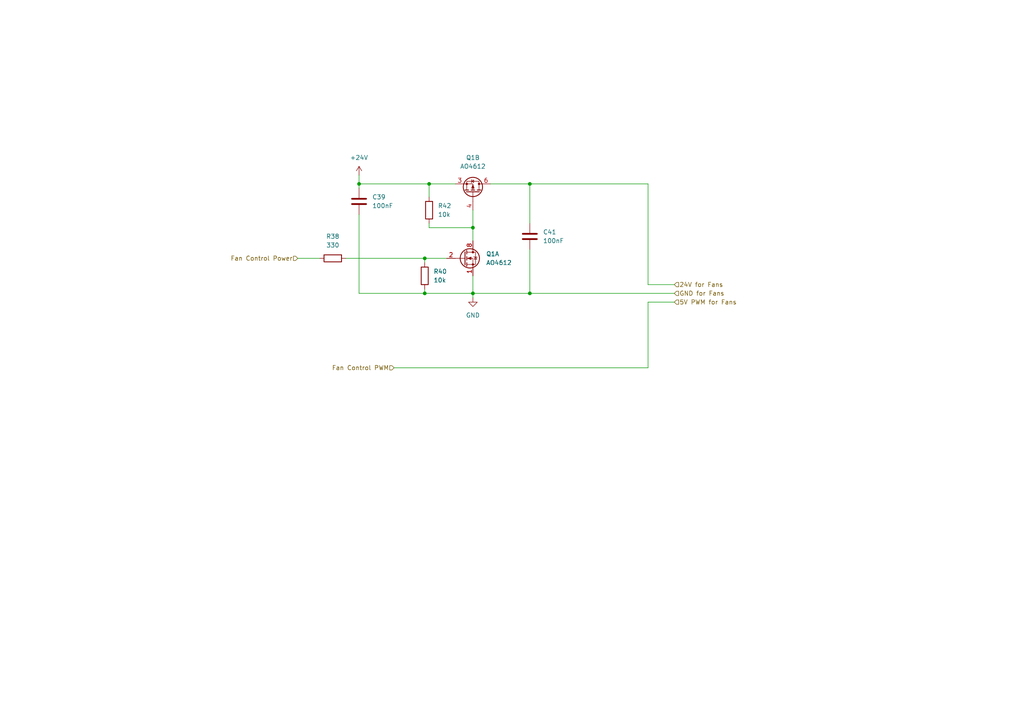
<source format=kicad_sch>
(kicad_sch (version 20230121) (generator eeschema)

  (uuid f4c51457-ca22-424c-908e-09ad1106338c)

  (paper "A4")

  (title_block
    (title "AMS Master by Jakub Sułek")
    (date "2023-06-27")
    (rev "7")
  )

  (lib_symbols
    (symbol "Device:C" (pin_numbers hide) (pin_names (offset 0.254)) (in_bom yes) (on_board yes)
      (property "Reference" "C" (at 0.635 2.54 0)
        (effects (font (size 1.27 1.27)) (justify left))
      )
      (property "Value" "C" (at 0.635 -2.54 0)
        (effects (font (size 1.27 1.27)) (justify left))
      )
      (property "Footprint" "" (at 0.9652 -3.81 0)
        (effects (font (size 1.27 1.27)) hide)
      )
      (property "Datasheet" "~" (at 0 0 0)
        (effects (font (size 1.27 1.27)) hide)
      )
      (property "ki_keywords" "cap capacitor" (at 0 0 0)
        (effects (font (size 1.27 1.27)) hide)
      )
      (property "ki_description" "Unpolarized capacitor" (at 0 0 0)
        (effects (font (size 1.27 1.27)) hide)
      )
      (property "ki_fp_filters" "C_*" (at 0 0 0)
        (effects (font (size 1.27 1.27)) hide)
      )
      (symbol "C_0_1"
        (polyline
          (pts
            (xy -2.032 -0.762)
            (xy 2.032 -0.762)
          )
          (stroke (width 0.508) (type default))
          (fill (type none))
        )
        (polyline
          (pts
            (xy -2.032 0.762)
            (xy 2.032 0.762)
          )
          (stroke (width 0.508) (type default))
          (fill (type none))
        )
      )
      (symbol "C_1_1"
        (pin passive line (at 0 3.81 270) (length 2.794)
          (name "~" (effects (font (size 1.27 1.27))))
          (number "1" (effects (font (size 1.27 1.27))))
        )
        (pin passive line (at 0 -3.81 90) (length 2.794)
          (name "~" (effects (font (size 1.27 1.27))))
          (number "2" (effects (font (size 1.27 1.27))))
        )
      )
    )
    (symbol "Device:R" (pin_numbers hide) (pin_names (offset 0)) (in_bom yes) (on_board yes)
      (property "Reference" "R" (at 2.032 0 90)
        (effects (font (size 1.27 1.27)))
      )
      (property "Value" "R" (at 0 0 90)
        (effects (font (size 1.27 1.27)))
      )
      (property "Footprint" "" (at -1.778 0 90)
        (effects (font (size 1.27 1.27)) hide)
      )
      (property "Datasheet" "~" (at 0 0 0)
        (effects (font (size 1.27 1.27)) hide)
      )
      (property "ki_keywords" "R res resistor" (at 0 0 0)
        (effects (font (size 1.27 1.27)) hide)
      )
      (property "ki_description" "Resistor" (at 0 0 0)
        (effects (font (size 1.27 1.27)) hide)
      )
      (property "ki_fp_filters" "R_*" (at 0 0 0)
        (effects (font (size 1.27 1.27)) hide)
      )
      (symbol "R_0_1"
        (rectangle (start -1.016 -2.54) (end 1.016 2.54)
          (stroke (width 0.254) (type default))
          (fill (type none))
        )
      )
      (symbol "R_1_1"
        (pin passive line (at 0 3.81 270) (length 1.27)
          (name "~" (effects (font (size 1.27 1.27))))
          (number "1" (effects (font (size 1.27 1.27))))
        )
        (pin passive line (at 0 -3.81 90) (length 1.27)
          (name "~" (effects (font (size 1.27 1.27))))
          (number "2" (effects (font (size 1.27 1.27))))
        )
      )
    )
    (symbol "Transistor_FET:FDS4559" (pin_names hide) (in_bom yes) (on_board yes)
      (property "Reference" "Q" (at 5.08 1.905 0)
        (effects (font (size 1.27 1.27)) (justify left))
      )
      (property "Value" "FDS4559" (at 5.08 0 0)
        (effects (font (size 1.27 1.27)) (justify left))
      )
      (property "Footprint" "Package_SO:SOIC-8_3.9x4.9mm_P1.27mm" (at 5.08 -1.905 0)
        (effects (font (size 1.27 1.27)) (justify left) hide)
      )
      (property "Datasheet" "https://www.onsemi.com/pub/Collateral/FDS4559-D.PDF" (at 2.54 0 0)
        (effects (font (size 1.27 1.27)) (justify left) hide)
      )
      (property "ki_keywords" "Dual N-Channel P-Channel MOSFET" (at 0 0 0)
        (effects (font (size 1.27 1.27)) hide)
      )
      (property "ki_description" "4.5A Id, 60V Vds, Dual N and P Channel MOSFET, 55mOhm Ron, 10V Vgs, SO8L" (at 0 0 0)
        (effects (font (size 1.27 1.27)) hide)
      )
      (property "ki_fp_filters" "SOIC*3.9x4.9mm*P1.27mm*" (at 0 0 0)
        (effects (font (size 1.27 1.27)) hide)
      )
      (symbol "FDS4559_0_1"
        (polyline
          (pts
            (xy 0.254 0)
            (xy -2.54 0)
          )
          (stroke (width 0) (type default))
          (fill (type none))
        )
        (polyline
          (pts
            (xy 0.254 1.905)
            (xy 0.254 -1.905)
          )
          (stroke (width 0.254) (type default))
          (fill (type none))
        )
        (polyline
          (pts
            (xy 0.762 -1.27)
            (xy 0.762 -2.286)
          )
          (stroke (width 0.254) (type default))
          (fill (type none))
        )
        (polyline
          (pts
            (xy 0.762 0.508)
            (xy 0.762 -0.508)
          )
          (stroke (width 0.254) (type default))
          (fill (type none))
        )
        (polyline
          (pts
            (xy 0.762 2.286)
            (xy 0.762 1.27)
          )
          (stroke (width 0.254) (type default))
          (fill (type none))
        )
        (polyline
          (pts
            (xy 2.54 2.54)
            (xy 2.54 1.778)
          )
          (stroke (width 0) (type default))
          (fill (type none))
        )
        (polyline
          (pts
            (xy 2.54 -2.54)
            (xy 2.54 0)
            (xy 0.762 0)
          )
          (stroke (width 0) (type default))
          (fill (type none))
        )
        (polyline
          (pts
            (xy 0.762 -1.778)
            (xy 3.302 -1.778)
            (xy 3.302 1.778)
            (xy 0.762 1.778)
          )
          (stroke (width 0) (type default))
          (fill (type none))
        )
        (circle (center 1.651 0) (radius 2.794)
          (stroke (width 0.254) (type default))
          (fill (type none))
        )
        (circle (center 2.54 -1.778) (radius 0.254)
          (stroke (width 0) (type default))
          (fill (type outline))
        )
        (circle (center 2.54 1.778) (radius 0.254)
          (stroke (width 0) (type default))
          (fill (type outline))
        )
      )
      (symbol "FDS4559_1_1"
        (polyline
          (pts
            (xy 1.016 0)
            (xy 2.032 0.381)
            (xy 2.032 -0.381)
            (xy 1.016 0)
          )
          (stroke (width 0) (type default))
          (fill (type outline))
        )
        (polyline
          (pts
            (xy 2.794 0.508)
            (xy 2.921 0.381)
            (xy 3.683 0.381)
            (xy 3.81 0.254)
          )
          (stroke (width 0) (type default))
          (fill (type none))
        )
        (polyline
          (pts
            (xy 3.302 0.381)
            (xy 2.921 -0.254)
            (xy 3.683 -0.254)
            (xy 3.302 0.381)
          )
          (stroke (width 0) (type default))
          (fill (type none))
        )
        (pin passive line (at 2.54 -5.08 90) (length 2.54)
          (name "S" (effects (font (size 1.27 1.27))))
          (number "1" (effects (font (size 1.27 1.27))))
        )
        (pin input line (at -5.08 0 0) (length 2.54)
          (name "G" (effects (font (size 1.27 1.27))))
          (number "2" (effects (font (size 1.27 1.27))))
        )
        (pin passive line (at 2.54 5.08 270) (length 2.54) hide
          (name "D" (effects (font (size 1.27 1.27))))
          (number "7" (effects (font (size 1.27 1.27))))
        )
        (pin passive line (at 2.54 5.08 270) (length 2.54)
          (name "D" (effects (font (size 1.27 1.27))))
          (number "8" (effects (font (size 1.27 1.27))))
        )
      )
      (symbol "FDS4559_2_1"
        (polyline
          (pts
            (xy 2.286 0)
            (xy 1.27 0.381)
            (xy 1.27 -0.381)
            (xy 2.286 0)
          )
          (stroke (width 0) (type default))
          (fill (type outline))
        )
        (polyline
          (pts
            (xy 2.794 -0.508)
            (xy 2.921 -0.381)
            (xy 3.683 -0.381)
            (xy 3.81 -0.254)
          )
          (stroke (width 0) (type default))
          (fill (type none))
        )
        (polyline
          (pts
            (xy 3.302 -0.381)
            (xy 2.921 0.254)
            (xy 3.683 0.254)
            (xy 3.302 -0.381)
          )
          (stroke (width 0) (type default))
          (fill (type none))
        )
        (pin passive line (at 2.54 -5.08 90) (length 2.54)
          (name "1" (effects (font (size 1.27 1.27))))
          (number "3" (effects (font (size 1.27 1.27))))
        )
        (pin input line (at -5.08 0 0) (length 2.54)
          (name "G" (effects (font (size 1.27 1.27))))
          (number "4" (effects (font (size 1.27 1.27))))
        )
        (pin passive line (at 2.54 5.08 270) (length 2.54) hide
          (name "D" (effects (font (size 1.27 1.27))))
          (number "5" (effects (font (size 1.27 1.27))))
        )
        (pin passive line (at 2.54 5.08 270) (length 2.54)
          (name "D" (effects (font (size 1.27 1.27))))
          (number "6" (effects (font (size 1.27 1.27))))
        )
      )
    )
    (symbol "power:+24V" (power) (pin_names (offset 0)) (in_bom yes) (on_board yes)
      (property "Reference" "#PWR" (at 0 -3.81 0)
        (effects (font (size 1.27 1.27)) hide)
      )
      (property "Value" "+24V" (at 0 3.556 0)
        (effects (font (size 1.27 1.27)))
      )
      (property "Footprint" "" (at 0 0 0)
        (effects (font (size 1.27 1.27)) hide)
      )
      (property "Datasheet" "" (at 0 0 0)
        (effects (font (size 1.27 1.27)) hide)
      )
      (property "ki_keywords" "power-flag" (at 0 0 0)
        (effects (font (size 1.27 1.27)) hide)
      )
      (property "ki_description" "Power symbol creates a global label with name \"+24V\"" (at 0 0 0)
        (effects (font (size 1.27 1.27)) hide)
      )
      (symbol "+24V_0_1"
        (polyline
          (pts
            (xy -0.762 1.27)
            (xy 0 2.54)
          )
          (stroke (width 0) (type default))
          (fill (type none))
        )
        (polyline
          (pts
            (xy 0 0)
            (xy 0 2.54)
          )
          (stroke (width 0) (type default))
          (fill (type none))
        )
        (polyline
          (pts
            (xy 0 2.54)
            (xy 0.762 1.27)
          )
          (stroke (width 0) (type default))
          (fill (type none))
        )
      )
      (symbol "+24V_1_1"
        (pin power_in line (at 0 0 90) (length 0) hide
          (name "+24V" (effects (font (size 1.27 1.27))))
          (number "1" (effects (font (size 1.27 1.27))))
        )
      )
    )
    (symbol "power:GND" (power) (pin_names (offset 0)) (in_bom yes) (on_board yes)
      (property "Reference" "#PWR" (at 0 -6.35 0)
        (effects (font (size 1.27 1.27)) hide)
      )
      (property "Value" "GND" (at 0 -3.81 0)
        (effects (font (size 1.27 1.27)))
      )
      (property "Footprint" "" (at 0 0 0)
        (effects (font (size 1.27 1.27)) hide)
      )
      (property "Datasheet" "" (at 0 0 0)
        (effects (font (size 1.27 1.27)) hide)
      )
      (property "ki_keywords" "power-flag" (at 0 0 0)
        (effects (font (size 1.27 1.27)) hide)
      )
      (property "ki_description" "Power symbol creates a global label with name \"GND\" , ground" (at 0 0 0)
        (effects (font (size 1.27 1.27)) hide)
      )
      (symbol "GND_0_1"
        (polyline
          (pts
            (xy 0 0)
            (xy 0 -1.27)
            (xy 1.27 -1.27)
            (xy 0 -2.54)
            (xy -1.27 -1.27)
            (xy 0 -1.27)
          )
          (stroke (width 0) (type default))
          (fill (type none))
        )
      )
      (symbol "GND_1_1"
        (pin power_in line (at 0 0 270) (length 0) hide
          (name "GND" (effects (font (size 1.27 1.27))))
          (number "1" (effects (font (size 1.27 1.27))))
        )
      )
    )
  )

  (junction (at 153.67 53.34) (diameter 0) (color 0 0 0 0)
    (uuid 40c75b77-2b7f-4661-ab7d-2e82c9e78c47)
  )
  (junction (at 124.46 53.34) (diameter 0) (color 0 0 0 0)
    (uuid 52a196c8-453c-4b53-bba9-5cec2b1b5441)
  )
  (junction (at 123.19 85.09) (diameter 0) (color 0 0 0 0)
    (uuid acd3eaeb-1b23-486c-947e-2bdca1626f0c)
  )
  (junction (at 137.16 85.09) (diameter 0) (color 0 0 0 0)
    (uuid bf57ca31-e9a3-4862-a1ab-adb0c2e31c55)
  )
  (junction (at 153.67 85.09) (diameter 0) (color 0 0 0 0)
    (uuid c11472cb-a02e-4b6b-8999-049b6c4ce733)
  )
  (junction (at 104.14 53.34) (diameter 0) (color 0 0 0 0)
    (uuid e5c3dfeb-097c-4cc3-848d-564844241608)
  )
  (junction (at 137.16 66.04) (diameter 0) (color 0 0 0 0)
    (uuid edf39b35-3beb-4e49-8949-c9e97e7cef96)
  )
  (junction (at 123.19 74.93) (diameter 0) (color 0 0 0 0)
    (uuid fa4d7111-f6ac-4e37-8a4b-d74349391802)
  )

  (wire (pts (xy 153.67 72.39) (xy 153.67 85.09))
    (stroke (width 0) (type default))
    (uuid 070b6a14-a9bb-42b4-be17-630843a45c80)
  )
  (wire (pts (xy 104.14 62.23) (xy 104.14 85.09))
    (stroke (width 0) (type default))
    (uuid 0cef9679-b345-41e6-a967-7b9b21795917)
  )
  (wire (pts (xy 137.16 60.96) (xy 137.16 66.04))
    (stroke (width 0) (type default))
    (uuid 11fbc594-dbcf-4cad-9f4d-477751ac2dee)
  )
  (wire (pts (xy 104.14 53.34) (xy 104.14 54.61))
    (stroke (width 0) (type default))
    (uuid 175251d7-c0b1-4a52-a423-956aa985ba24)
  )
  (wire (pts (xy 104.14 53.34) (xy 124.46 53.34))
    (stroke (width 0) (type default))
    (uuid 258b90c6-23cd-4f8b-a586-c799d1720a05)
  )
  (wire (pts (xy 124.46 64.77) (xy 124.46 66.04))
    (stroke (width 0) (type default))
    (uuid 275d508e-07c5-462f-8229-a06c0feff964)
  )
  (wire (pts (xy 123.19 83.82) (xy 123.19 85.09))
    (stroke (width 0) (type default))
    (uuid 299af171-4f15-40aa-ad55-4004f9ff5d49)
  )
  (wire (pts (xy 124.46 53.34) (xy 132.08 53.34))
    (stroke (width 0) (type default))
    (uuid 37bcf054-9db2-4330-b68d-b7ea4b2cbb6c)
  )
  (wire (pts (xy 86.36 74.93) (xy 92.71 74.93))
    (stroke (width 0) (type default))
    (uuid 4d86ed0b-c869-4970-aca4-52f7893fdbea)
  )
  (wire (pts (xy 153.67 53.34) (xy 187.96 53.34))
    (stroke (width 0) (type default))
    (uuid 4e105b80-2195-4849-a50c-53194479ecb7)
  )
  (wire (pts (xy 100.33 74.93) (xy 123.19 74.93))
    (stroke (width 0) (type default))
    (uuid 4fac5055-8e0a-468e-a5bb-5b44ad090514)
  )
  (wire (pts (xy 137.16 80.01) (xy 137.16 85.09))
    (stroke (width 0) (type default))
    (uuid 51d7032f-7c32-464d-8886-4f2e96f9be8c)
  )
  (wire (pts (xy 153.67 53.34) (xy 153.67 64.77))
    (stroke (width 0) (type default))
    (uuid 59598283-5b98-4301-8f05-5f801d8c8f85)
  )
  (wire (pts (xy 195.58 82.55) (xy 187.96 82.55))
    (stroke (width 0) (type default))
    (uuid 641d3e8e-ecc3-431e-a84a-6165614bc60d)
  )
  (wire (pts (xy 124.46 66.04) (xy 137.16 66.04))
    (stroke (width 0) (type default))
    (uuid 78c9a6b2-92f4-49f6-ac95-aca91b2a5d53)
  )
  (wire (pts (xy 187.96 82.55) (xy 187.96 53.34))
    (stroke (width 0) (type default))
    (uuid 7cb94c31-bbd2-4de2-9ba6-064db0e13325)
  )
  (wire (pts (xy 137.16 86.36) (xy 137.16 85.09))
    (stroke (width 0) (type default))
    (uuid 80c1e3b9-81bd-490f-8c77-9caabc44928b)
  )
  (wire (pts (xy 124.46 53.34) (xy 124.46 57.15))
    (stroke (width 0) (type default))
    (uuid 9accd1f4-9aba-46c4-9459-eb7ef0a06433)
  )
  (wire (pts (xy 123.19 74.93) (xy 129.54 74.93))
    (stroke (width 0) (type default))
    (uuid 9df5b6a8-9c73-48a6-9e2a-eb83171ece74)
  )
  (wire (pts (xy 137.16 85.09) (xy 153.67 85.09))
    (stroke (width 0) (type default))
    (uuid bd3e4b72-7f3f-4f7f-9c60-ab2a0997b063)
  )
  (wire (pts (xy 142.24 53.34) (xy 153.67 53.34))
    (stroke (width 0) (type default))
    (uuid c2a87b64-7428-424a-8635-9d8072cee56b)
  )
  (wire (pts (xy 104.14 85.09) (xy 123.19 85.09))
    (stroke (width 0) (type default))
    (uuid d421d56c-82eb-4de9-8584-33ac9a132a63)
  )
  (wire (pts (xy 153.67 85.09) (xy 195.58 85.09))
    (stroke (width 0) (type default))
    (uuid d4f59a1b-ceef-4a60-91ba-ae476903685d)
  )
  (wire (pts (xy 114.3 106.68) (xy 187.96 106.68))
    (stroke (width 0) (type default))
    (uuid d541d051-a074-4d8a-be60-130ef0125abe)
  )
  (wire (pts (xy 104.14 50.8) (xy 104.14 53.34))
    (stroke (width 0) (type default))
    (uuid e23e6555-6f84-4155-bf68-c46355b70b2c)
  )
  (wire (pts (xy 123.19 85.09) (xy 137.16 85.09))
    (stroke (width 0) (type default))
    (uuid ec63bd8c-bd89-451f-9f1e-ef6db97039e1)
  )
  (wire (pts (xy 137.16 66.04) (xy 137.16 69.85))
    (stroke (width 0) (type default))
    (uuid f5477719-17a8-425b-aa19-a74e26c471a5)
  )
  (wire (pts (xy 187.96 87.63) (xy 187.96 106.68))
    (stroke (width 0) (type default))
    (uuid f6d89b08-840f-4909-9ce2-c8354de4c67b)
  )
  (wire (pts (xy 123.19 74.93) (xy 123.19 76.2))
    (stroke (width 0) (type default))
    (uuid f919cd63-15fb-4eee-a274-f0650e6095d5)
  )
  (wire (pts (xy 195.58 87.63) (xy 187.96 87.63))
    (stroke (width 0) (type default))
    (uuid facf0be7-2956-4bd7-ada9-1423fff016c6)
  )

  (hierarchical_label "5V PWM for Fans" (shape input) (at 195.58 87.63 0) (fields_autoplaced)
    (effects (font (size 1.27 1.27)) (justify left))
    (uuid 08a30980-8266-4145-918c-ba8c1c6f8cff)
  )
  (hierarchical_label "Fan Control PWM" (shape input) (at 114.3 106.68 180) (fields_autoplaced)
    (effects (font (size 1.27 1.27)) (justify right))
    (uuid 1b5abcf0-2a87-458f-b1d1-98c8a445db17)
  )
  (hierarchical_label "Fan Control Power" (shape input) (at 86.36 74.93 180) (fields_autoplaced)
    (effects (font (size 1.27 1.27)) (justify right))
    (uuid 2436a43b-20df-4df0-9f2c-1ac4409c0d90)
  )
  (hierarchical_label "24V for Fans" (shape input) (at 195.58 82.55 0) (fields_autoplaced)
    (effects (font (size 1.27 1.27)) (justify left))
    (uuid 8a0bcfc2-e238-4e2e-bf4e-632165b9673c)
  )
  (hierarchical_label "GND for Fans" (shape input) (at 195.58 85.09 0) (fields_autoplaced)
    (effects (font (size 1.27 1.27)) (justify left))
    (uuid b82bb5e9-c72e-478b-b673-5560654c77e9)
  )

  (symbol (lib_id "Device:R") (at 96.52 74.93 90) (unit 1)
    (in_bom yes) (on_board yes) (dnp no) (fields_autoplaced)
    (uuid 02060cc6-4577-44fa-9501-ef4417b1cfa9)
    (property "Reference" "R38" (at 96.52 68.58 90)
      (effects (font (size 1.27 1.27)))
    )
    (property "Value" "330" (at 96.52 71.12 90)
      (effects (font (size 1.27 1.27)))
    )
    (property "Footprint" "Resistor_SMD:R_0805_2012Metric_Pad1.20x1.40mm_HandSolder" (at 96.52 76.708 90)
      (effects (font (size 1.27 1.27)) hide)
    )
    (property "Datasheet" "~" (at 96.52 74.93 0)
      (effects (font (size 1.27 1.27)) hide)
    )
    (pin "1" (uuid f554f011-7c0f-4b9e-ac1d-c8f0e623a1bb))
    (pin "2" (uuid 9d2914bf-ae64-403a-b361-1662d92240b9))
    (instances
      (project "AMS Master V8"
        (path "/e63e39d7-6ac0-4ffd-8aa3-1841a4541b55/10ebb28c-8c8a-487f-b129-488703374744"
          (reference "R38") (unit 1)
        )
      )
    )
  )

  (symbol (lib_id "Device:C") (at 153.67 68.58 0) (unit 1)
    (in_bom yes) (on_board yes) (dnp no) (fields_autoplaced)
    (uuid 13df9f3a-35ce-49e8-8039-3d342fb603dd)
    (property "Reference" "C41" (at 157.48 67.3099 0)
      (effects (font (size 1.27 1.27)) (justify left))
    )
    (property "Value" "100nF" (at 157.48 69.8499 0)
      (effects (font (size 1.27 1.27)) (justify left))
    )
    (property "Footprint" "Capacitor_SMD:C_0805_2012Metric_Pad1.18x1.45mm_HandSolder" (at 154.6352 72.39 0)
      (effects (font (size 1.27 1.27)) hide)
    )
    (property "Datasheet" "~" (at 153.67 68.58 0)
      (effects (font (size 1.27 1.27)) hide)
    )
    (pin "1" (uuid ed4b0943-d8ab-4e27-aaf2-9fe003eaedc6))
    (pin "2" (uuid 199932ff-5a1f-430a-86a6-4c0ed0330f9e))
    (instances
      (project "AMS Master V8"
        (path "/e63e39d7-6ac0-4ffd-8aa3-1841a4541b55/10ebb28c-8c8a-487f-b129-488703374744"
          (reference "C41") (unit 1)
        )
      )
    )
  )

  (symbol (lib_id "Device:R") (at 124.46 60.96 0) (unit 1)
    (in_bom yes) (on_board yes) (dnp no) (fields_autoplaced)
    (uuid 143d93ce-9687-49aa-86bc-a1cf5e9ae2ff)
    (property "Reference" "R42" (at 127 59.6899 0)
      (effects (font (size 1.27 1.27)) (justify left))
    )
    (property "Value" "10k" (at 127 62.2299 0)
      (effects (font (size 1.27 1.27)) (justify left))
    )
    (property "Footprint" "Resistor_SMD:R_0805_2012Metric_Pad1.20x1.40mm_HandSolder" (at 122.682 60.96 90)
      (effects (font (size 1.27 1.27)) hide)
    )
    (property "Datasheet" "~" (at 124.46 60.96 0)
      (effects (font (size 1.27 1.27)) hide)
    )
    (pin "1" (uuid 1c80d55f-cec7-483a-be19-d2f16bd80254))
    (pin "2" (uuid fadf0793-28c7-4aff-87f6-cd927bf2c7ed))
    (instances
      (project "AMS Master V8"
        (path "/e63e39d7-6ac0-4ffd-8aa3-1841a4541b55/10ebb28c-8c8a-487f-b129-488703374744"
          (reference "R42") (unit 1)
        )
      )
    )
  )

  (symbol (lib_id "power:+24V") (at 104.14 50.8 0) (unit 1)
    (in_bom yes) (on_board yes) (dnp no) (fields_autoplaced)
    (uuid 2d9e23ef-c943-43c9-a218-fa5e6b7cfa2b)
    (property "Reference" "#PWR091" (at 104.14 54.61 0)
      (effects (font (size 1.27 1.27)) hide)
    )
    (property "Value" "+24V" (at 104.14 45.72 0)
      (effects (font (size 1.27 1.27)))
    )
    (property "Footprint" "" (at 104.14 50.8 0)
      (effects (font (size 1.27 1.27)) hide)
    )
    (property "Datasheet" "" (at 104.14 50.8 0)
      (effects (font (size 1.27 1.27)) hide)
    )
    (pin "1" (uuid 34f70da8-61d7-4ae9-b520-751388cca03a))
    (instances
      (project "AMS Master V8"
        (path "/e63e39d7-6ac0-4ffd-8aa3-1841a4541b55/10ebb28c-8c8a-487f-b129-488703374744"
          (reference "#PWR091") (unit 1)
        )
      )
    )
  )

  (symbol (lib_id "power:GND") (at 137.16 86.36 0) (unit 1)
    (in_bom yes) (on_board yes) (dnp no) (fields_autoplaced)
    (uuid 49670ee5-8158-4eb9-9d5b-87a6e68849d0)
    (property "Reference" "#PWR093" (at 137.16 92.71 0)
      (effects (font (size 1.27 1.27)) hide)
    )
    (property "Value" "GND" (at 137.16 91.44 0)
      (effects (font (size 1.27 1.27)))
    )
    (property "Footprint" "" (at 137.16 86.36 0)
      (effects (font (size 1.27 1.27)) hide)
    )
    (property "Datasheet" "" (at 137.16 86.36 0)
      (effects (font (size 1.27 1.27)) hide)
    )
    (pin "1" (uuid a135757d-14aa-4ab5-b2f7-4a25fbf55dfa))
    (instances
      (project "AMS Master V8"
        (path "/e63e39d7-6ac0-4ffd-8aa3-1841a4541b55/10ebb28c-8c8a-487f-b129-488703374744"
          (reference "#PWR093") (unit 1)
        )
      )
    )
  )

  (symbol (lib_id "Device:C") (at 104.14 58.42 0) (unit 1)
    (in_bom yes) (on_board yes) (dnp no) (fields_autoplaced)
    (uuid 4ca55919-12f7-4cd7-9b27-ba8a3b771f4e)
    (property "Reference" "C39" (at 107.95 57.1499 0)
      (effects (font (size 1.27 1.27)) (justify left))
    )
    (property "Value" "100nF" (at 107.95 59.6899 0)
      (effects (font (size 1.27 1.27)) (justify left))
    )
    (property "Footprint" "Capacitor_SMD:C_0805_2012Metric_Pad1.18x1.45mm_HandSolder" (at 105.1052 62.23 0)
      (effects (font (size 1.27 1.27)) hide)
    )
    (property "Datasheet" "~" (at 104.14 58.42 0)
      (effects (font (size 1.27 1.27)) hide)
    )
    (pin "1" (uuid 96226fc1-68b0-49ee-8615-f95eb8f2c207))
    (pin "2" (uuid 23286e04-eed8-4944-9f59-261d8d119de1))
    (instances
      (project "AMS Master V8"
        (path "/e63e39d7-6ac0-4ffd-8aa3-1841a4541b55/10ebb28c-8c8a-487f-b129-488703374744"
          (reference "C39") (unit 1)
        )
      )
    )
  )

  (symbol (lib_id "Transistor_FET:FDS4559") (at 137.16 55.88 270) (mirror x) (unit 2)
    (in_bom yes) (on_board yes) (dnp no) (fields_autoplaced)
    (uuid 8de25a49-b206-42c2-a817-3c9b79e61026)
    (property "Reference" "Q1" (at 137.16 45.72 90)
      (effects (font (size 1.27 1.27)))
    )
    (property "Value" "AO4612" (at 137.16 48.26 90)
      (effects (font (size 1.27 1.27)))
    )
    (property "Footprint" "Package_SO:SOIC-8_3.9x4.9mm_P1.27mm" (at 135.255 50.8 0)
      (effects (font (size 1.27 1.27)) (justify left) hide)
    )
    (property "Datasheet" "https://www.onsemi.com/pub/Collateral/FDS4559-D.PDF" (at 137.16 53.34 0)
      (effects (font (size 1.27 1.27)) (justify left) hide)
    )
    (pin "1" (uuid 2e56cfb4-35bc-404e-9c72-2d46348a3a3f))
    (pin "2" (uuid 0737efe3-eeb3-4cf3-a537-525c3bb7fd08))
    (pin "7" (uuid 05f76d17-dad3-499b-a68b-bf6d571890ad))
    (pin "8" (uuid cda7951b-d15c-45c8-92d5-497ca153fb4b))
    (pin "3" (uuid 2831f82f-9220-4809-83a8-1576518cabde))
    (pin "4" (uuid ed1f3919-3a54-4aff-90fd-4b035371d9e7))
    (pin "5" (uuid 1f6f48ba-32d4-4241-a522-ca0583334035))
    (pin "6" (uuid c2ed1c3c-ed8c-41a0-b656-f8ffa32e9541))
    (instances
      (project "AMS Master V8"
        (path "/e63e39d7-6ac0-4ffd-8aa3-1841a4541b55/10ebb28c-8c8a-487f-b129-488703374744"
          (reference "Q1") (unit 2)
        )
      )
    )
  )

  (symbol (lib_id "Device:R") (at 123.19 80.01 0) (unit 1)
    (in_bom yes) (on_board yes) (dnp no) (fields_autoplaced)
    (uuid c764cb8c-dd2c-4ecf-a66b-f0a5667dfb36)
    (property "Reference" "R40" (at 125.73 78.7399 0)
      (effects (font (size 1.27 1.27)) (justify left))
    )
    (property "Value" "10k" (at 125.73 81.2799 0)
      (effects (font (size 1.27 1.27)) (justify left))
    )
    (property "Footprint" "Resistor_SMD:R_0805_2012Metric_Pad1.20x1.40mm_HandSolder" (at 121.412 80.01 90)
      (effects (font (size 1.27 1.27)) hide)
    )
    (property "Datasheet" "~" (at 123.19 80.01 0)
      (effects (font (size 1.27 1.27)) hide)
    )
    (pin "1" (uuid cb2b9799-ee7b-4083-a8a4-b36a98ecd37b))
    (pin "2" (uuid e2027833-92ce-40fb-90c5-cea6159ccef9))
    (instances
      (project "AMS Master V8"
        (path "/e63e39d7-6ac0-4ffd-8aa3-1841a4541b55/10ebb28c-8c8a-487f-b129-488703374744"
          (reference "R40") (unit 1)
        )
      )
    )
  )

  (symbol (lib_id "Transistor_FET:FDS4559") (at 134.62 74.93 0) (unit 1)
    (in_bom yes) (on_board yes) (dnp no) (fields_autoplaced)
    (uuid e3bc75cd-c1aa-4607-8799-e6aa7feaa226)
    (property "Reference" "Q1" (at 140.97 73.6599 0)
      (effects (font (size 1.27 1.27)) (justify left))
    )
    (property "Value" "AO4612" (at 140.97 76.1999 0)
      (effects (font (size 1.27 1.27)) (justify left))
    )
    (property "Footprint" "Package_SO:SOIC-8_3.9x4.9mm_P1.27mm" (at 139.7 76.835 0)
      (effects (font (size 1.27 1.27)) (justify left) hide)
    )
    (property "Datasheet" "https://www.onsemi.com/pub/Collateral/FDS4559-D.PDF" (at 137.16 74.93 0)
      (effects (font (size 1.27 1.27)) (justify left) hide)
    )
    (pin "1" (uuid ad5ecb09-f49f-43cc-9d67-e5b56e42ff17))
    (pin "2" (uuid 82c7bbcd-323f-41db-8928-54dc3da0bcb8))
    (pin "7" (uuid 39f8d154-9b91-4c14-a96f-a38741327129))
    (pin "8" (uuid 7dcc86f5-9726-4169-b7b1-322aab6bb3a4))
    (pin "3" (uuid 20645829-0819-4cd6-a70a-efbe193d2368))
    (pin "4" (uuid 482123c8-2df4-46b3-aff0-477f184f286f))
    (pin "5" (uuid 59390244-ea9f-477a-aabd-7e687ed8e6a7))
    (pin "6" (uuid e068f827-ed30-435d-ad3e-051e5fd64416))
    (instances
      (project "AMS Master V8"
        (path "/e63e39d7-6ac0-4ffd-8aa3-1841a4541b55/10ebb28c-8c8a-487f-b129-488703374744"
          (reference "Q1") (unit 1)
        )
      )
    )
  )
)

</source>
